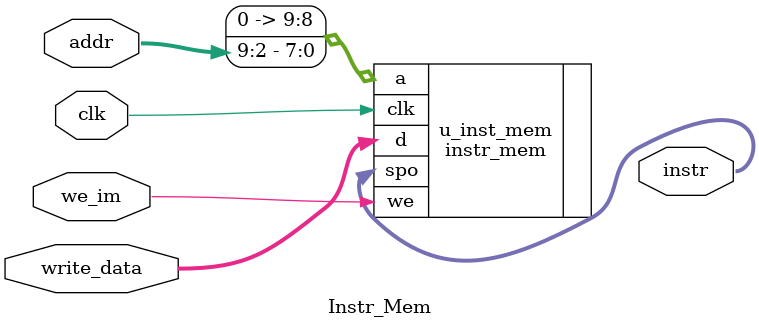
<source format=v>
`timescale 1ns / 1ps


module Instr_Mem(
    input          clk,
    input  [31: 0] addr,
    // input  [31: 0] addr_sdu,
    input  [31: 0] write_data,
    input  we_im,
    output [31: 0] instr
    // output [31: 0] instr_sdu
    );
    // wire [31: 0] a;
    // assign a = we_im ? addr_sdu : (addr >> 2);
    instr_mem u_inst_mem(
        .a      (addr[9: 0] >> 2),
        // .dpra   (addr_sdu[9: 0]),
        .d      (write_data),
        .spo    (instr),
        // .dpo    (instr_sdu),
        .clk    (clk),
        .we     (we_im)
    );
endmodule


</source>
